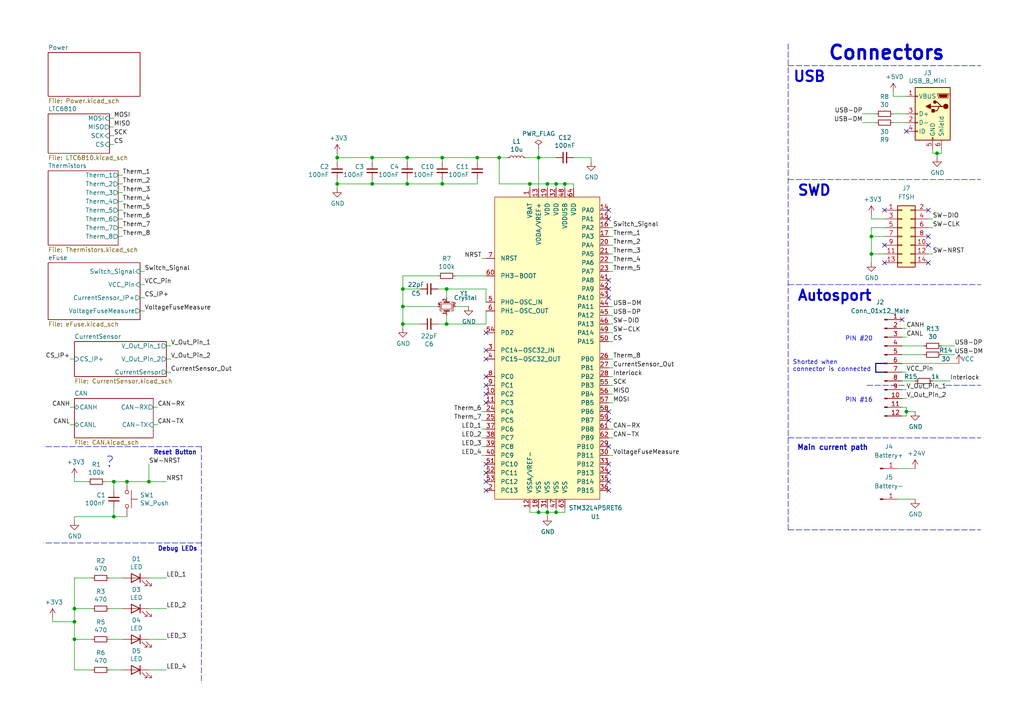
<source format=kicad_sch>
(kicad_sch (version 20231120) (generator "eeschema") (generator_version "8.0")
  (paper "A4")
  (title_block (title "Battery Management System Main Page"))
  (lib_symbols
    (symbol "BMS_LV_2022-rescue:+24V-power" (power) (pin_names (offset 0))
      (property "Value" "power_+24V" (at 0 3.556 0))
      (symbol "+24V-power_0_1"
        (polyline (pts (xy -0.762 1.27) (xy 0 2.54)))
        (polyline (pts (xy 0 0) (xy 0 2.54)))
        (polyline (pts (xy 0 2.54) (xy 0.762 1.27)))
      )
      (symbol "+24V-power_1_1"
        (pin power_in line (at 0 0 90) (length 0) hide (name "+24V") (number "1"))
      )
    )
    (symbol "BMS_LV_2022-rescue:+3.3V-power" (power) (pin_names (offset 0))
      (property "Value" "power_+3.3V" (at 0 3.556 0))
      (symbol "+3.3V-power_0_1"
        (polyline (pts (xy -0.762 1.27) (xy 0 2.54)))
        (polyline (pts (xy 0 0) (xy 0 2.54)))
        (polyline (pts (xy 0 2.54) (xy 0.762 1.27)))
      )
      (symbol "+3.3V-power_1_1"
        (pin power_in line (at 0 0 90) (length 0) hide (name "+3V3") (number "1"))
      )
    )
    (symbol "BMS_LV_2022-rescue:+5VD-power" (power) (pin_names (offset 0))
      (property "Value" "power_+5VD" (at 0 3.556 0))
      (symbol "+5VD-power_0_1"
        (polyline (pts (xy -0.762 1.27) (xy 0 2.54)))
        (polyline (pts (xy 0 0) (xy 0 2.54)))
        (polyline (pts (xy 0 2.54) (xy 0.762 1.27)))
      )
      (symbol "+5VD-power_1_1"
        (pin power_in line (at 0 0 90) (length 0) hide (name "+5VD") (number "1"))
      )
    )
    (symbol "BMS_LV_2022-rescue:Conn_01x01_Male-Connector" (pin_names (offset 1.016) hide)
      (property "Reference" "J" (at 0 2.54 0))
      (property "Value" "Connector_Conn_01x01_Male" (at 0 -2.54 0))
      (symbol "Conn_01x01_Male-Connector_1_1"
        (polyline (pts (xy 1.27 0) (xy 0.8636 0)) (stroke (width 0.1524)))
        (rectangle (start 0.8636 0.127) (end 0 -0.127) (stroke (width 0.1524)) (fill (type outline)))
        (pin passive line (at 5.08 0 180) (length 3.81) (name "Pin_1") (number "1"))
      )
    )
    (symbol "BMS_LV_2022-rescue:Conn_01x12_Male-Connector" (pin_names (offset 1.016) hide)
      (property "Reference" "J" (at 0 15.24 0))
      (property "Value" "Connector_Conn_01x12_Male" (at 0 -17.78 0))
      (symbol "Conn_01x12_Male-Connector_1_1"
        (polyline (pts (xy 1.27 -15.24) (xy 0.8636 -15.24)) (stroke (width 0.1524)))
        (polyline (pts (xy 1.27 -12.7) (xy 0.8636 -12.7)) (stroke (width 0.1524)))
        (polyline (pts (xy 1.27 -10.16) (xy 0.8636 -10.16)) (stroke (width 0.1524)))
        (polyline (pts (xy 1.27 -7.62) (xy 0.8636 -7.62)) (stroke (width 0.1524)))
        (polyline (pts (xy 1.27 -5.08) (xy 0.8636 -5.08)) (stroke (width 0.1524)))
        (polyline (pts (xy 1.27 -2.54) (xy 0.8636 -2.54)) (stroke (width 0.1524)))
        (polyline (pts (xy 1.27 0) (xy 0.8636 0)) (stroke (width 0.1524)))
        (polyline (pts (xy 1.27 2.54) (xy 0.8636 2.54)) (stroke (width 0.1524)))
        (polyline (pts (xy 1.27 5.08) (xy 0.8636 5.08)) (stroke (width 0.1524)))
        (polyline (pts (xy 1.27 7.62) (xy 0.8636 7.62)) (stroke (width 0.1524)))
        (polyline (pts (xy 1.27 10.16) (xy 0.8636 10.16)) (stroke (width 0.1524)))
        (polyline (pts (xy 1.27 12.7) (xy 0.8636 12.7)) (stroke (width 0.1524)))
        (rectangle (start 0.8636 -15.113) (end 0 -15.367) (stroke (width 0.1524)) (fill (type outline)))
        (rectangle (start 0.8636 -12.573) (end 0 -12.827) (stroke (width 0.1524)) (fill (type outline)))
        (rectangle (start 0.8636 -10.033) (end 0 -10.287) (stroke (width 0.1524)) (fill (type outline)))
        (rectangle (start 0.8636 -7.493) (end 0 -7.747) (stroke (width 0.1524)) (fill (type outline)))
        (rectangle (start 0.8636 -4.953) (end 0 -5.207) (stroke (width 0.1524)) (fill (type outline)))
        (rectangle (start 0.8636 -2.413) (end 0 -2.667) (stroke (width 0.1524)) (fill (type outline)))
        (rectangle (start 0.8636 0.127) (end 0 -0.127) (stroke (width 0.1524)) (fill (type outline)))
        (rectangle (start 0.8636 2.667) (end 0 2.413) (stroke (width 0.1524)) (fill (type outline)))
        (rectangle (start 0.8636 5.207) (end 0 4.953) (stroke (width 0.1524)) (fill (type outline)))
        (rectangle (start 0.8636 7.747) (end 0 7.493) (stroke (width 0.1524)) (fill (type outline)))
        (rectangle (start 0.8636 10.287) (end 0 10.033) (stroke (width 0.1524)) (fill (type outline)))
        (rectangle (start 0.8636 12.827) (end 0 12.573) (stroke (width 0.1524)) (fill (type outline)))
        (pin passive line (at 5.08 12.7 180) (length 3.81) (name "Pin_1") (number "1"))
        (pin passive line (at 5.08 -10.16 180) (length 3.81) (name "Pin_10") (number "10"))
        (pin passive line (at 5.08 -12.7 180) (length 3.81) (name "Pin_11") (number "11"))
        (pin passive line (at 5.08 -15.24 180) (length 3.81) (name "Pin_12") (number "12"))
        (pin passive line (at 5.08 10.16 180) (length 3.81) (name "Pin_2") (number "2"))
        (pin passive line (at 5.08 7.62 180) (length 3.81) (name "Pin_3") (number "3"))
        (pin passive line (at 5.08 5.08 180) (length 3.81) (name "Pin_4") (number "4"))
        (pin passive line (at 5.08 2.54 180) (length 3.81) (name "Pin_5") (number "5"))
        (pin passive line (at 5.08 0 180) (length 3.81) (name "Pin_6") (number "6"))
        (pin passive line (at 5.08 -2.54 180) (length 3.81) (name "Pin_7") (number "7"))
        (pin passive line (at 5.08 -5.08 180) (length 3.81) (name "Pin_8") (number "8"))
        (pin passive line (at 5.08 -7.62 180) (length 3.81) (name "Pin_9") (number "9"))
      )
    )
    (symbol "BMS_LV_2022-rescue:GND-power" (power) (pin_names (offset 0))
      (property "Value" "power_GND" (at 0 -3.81 0))
      (symbol "GND-power_0_1"
        (polyline (pts (xy 0 0) (xy 0 -1.27) (xy 1.27 -1.27) (xy 0 -2.54) (xy -1.27 -1.27) (xy 0 -1.27)))
      )
      (symbol "GND-power_1_1"
        (pin power_in line (at 0 0 270) (length 0) hide (name "GND") (number "1"))
      )
    )
    (symbol "BMS_LV_2022-rescue:PWR_FLAG-power" (power) (pin_numbers hide) (pin_names (offset 0) hide)
      (property "Value" "power_PWR_FLAG" (at 0 3.81 0))
      (symbol "PWR_FLAG-power_0_0"
        (pin power_out line (at 0 0 90) (length 0) (name "pwr") (number "1"))
      )
      (symbol "PWR_FLAG-power_0_1"
        (polyline (pts (xy 0 0) (xy 0 1.27) (xy -1.016 1.905) (xy 0 2.54) (xy 1.016 1.905) (xy 0 1.27)))
      )
    )
    (symbol "BMS_LV_2022-rescue:STM32L4P5RET6-STM32L4P5RET6-stm32l4p5ret6" (pin_names (offset 1.6256))
      (property "Reference" "U" (at 0 -55.88 0))
      (property "Value" "STM32L4P5RET6-STM32L4P5RET6-stm32l4p5ret6" (at 0 -59.69 0))
      (symbol "STM32L4P5RET6-STM32L4P5RET6-stm32l4p5ret6_0_0"
        (pin power_in line (at -5.08 44.45 270) (length 2.54) (name "VBAT") (number "1"))
        (pin bidirectional line (at -17.78 -15.24 0) (length 2.54) (name "PC2") (number "10"))
        (pin bidirectional line (at -17.78 -17.78 0) (length 2.54) (name "PC3") (number "11"))
        (pin power_in line (at -5.08 -48.26 90) (length 2.54) (name "VSSA/VREF-") (number "12"))
        (pin power_in line (at -2.54 44.45 270) (length 2.54) (name "VDDA/VREF+") (number "13"))
        (pin bidirectional line (at 17.78 38.1 180) (length 2.54) (name "PA0") (number "14"))
        (pin bidirectional line (at 17.78 35.56 180) (length 2.54) (name "PA1") (number "15"))
        (pin bidirectional line (at 17.78 33.02 180) (length 2.54) (name "PA2") (number "16"))
        (pin bidirectional line (at 17.78 30.48 180) (length 2.54) (name "PA3") (number "17"))
        (pin power_in line (at -2.54 -48.26 90) (length 2.54) (name "VSS") (number "18"))
        (pin power_in line (at 0 44.45 270) (length 2.54) (name "VDD") (number "19"))
        (pin bidirectional line (at -17.78 -43.18 0) (length 2.54) (name "PC13") (number "2"))
        (pin bidirectional line (at 17.78 27.94 180) (length 2.54) (name "PA4") (number "20"))
        (pin bidirectional line (at 17.78 25.4 180) (length 2.54) (name "PA5") (number "21"))
        (pin bidirectional line (at 17.78 22.86 180) (length 2.54) (name "PA6") (number "22"))
        (pin bidirectional line (at 17.78 20.32 180) (length 2.54) (name "PA7") (number "23"))
        (pin bidirectional line (at -17.78 -20.32 0) (length 2.54) (name "PC4") (number "24"))
        (pin bidirectional line (at -17.78 -22.86 0) (length 2.54) (name "PC5") (number "25"))
        (pin bidirectional line (at 17.78 -5.08 180) (length 2.54) (name "PB0") (number "26"))
        (pin bidirectional line (at 17.78 -7.62 180) (length 2.54) (name "PB1") (number "27"))
        (pin bidirectional line (at 17.78 -10.16 180) (length 2.54) (name "PB2") (number "28"))
        (pin bidirectional line (at 17.78 -30.48 180) (length 2.54) (name "PB10") (number "29"))
        (pin bidirectional line (at -17.78 -2.54 0) (length 2.54) (name "PC14-OSC32_IN") (number "3"))
        (pin bidirectional line (at 17.78 -33.02 180) (length 2.54) (name "PB11") (number "30"))
        (pin power_in line (at 0 -48.26 90) (length 2.54) (name "VSS") (number "31"))
        (pin power_in line (at 2.54 44.45 270) (length 2.54) (name "VDD") (number "32"))
        (pin bidirectional line (at 17.78 -35.56 180) (length 2.54) (name "PB12") (number "33"))
        (pin bidirectional line (at 17.78 -38.1 180) (length 2.54) (name "PB13") (number "34"))
        (pin bidirectional line (at 17.78 -40.64 180) (length 2.54) (name "PB14") (number "35"))
        (pin bidirectional line (at 17.78 -43.18 180) (length 2.54) (name "PB15") (number "36"))
        (pin bidirectional line (at -17.78 -25.4 0) (length 2.54) (name "PC6") (number "37"))
        (pin bidirectional line (at -17.78 -27.94 0) (length 2.54) (name "PC7") (number "38"))
        (pin bidirectional line (at -17.78 -30.48 0) (length 2.54) (name "PC8") (number "39"))
        (pin bidirectional line (at -17.78 -5.08 0) (length 2.54) (name "PC15-OSC32_OUT") (number "4"))
        (pin bidirectional line (at -17.78 -33.02 0) (length 2.54) (name "PC9") (number "40"))
        (pin bidirectional line (at 17.78 17.78 180) (length 2.54) (name "PA8") (number "41"))
        (pin bidirectional line (at 17.78 15.24 180) (length 2.54) (name "PA9") (number "42"))
        (pin bidirectional line (at 17.78 12.7 180) (length 2.54) (name "PA10") (number "43"))
        (pin bidirectional line (at 17.78 10.16 180) (length 2.54) (name "PA11") (number "44"))
        (pin bidirectional line (at 17.78 7.62 180) (length 2.54) (name "PA12") (number "45"))
        (pin bidirectional line (at 17.78 5.08 180) (length 2.54) (name "PA13") (number "46"))
        (pin power_in line (at 2.54 -48.26 90) (length 2.54) (name "VSS") (number "47"))
        (pin power_in line (at 5.08 44.45 270) (length 2.54) (name "VDDUSB") (number "48"))
        (pin bidirectional line (at 17.78 2.54 180) (length 2.54) (name "PA14") (number "49"))
        (pin input line (at -17.78 11.43 0) (length 2.54) (name "PH0-OSC_IN") (number "5"))
        (pin bidirectional line (at 17.78 0 180) (length 2.54) (name "PA15") (number "50"))
        (pin bidirectional line (at -17.78 -35.56 0) (length 2.54) (name "PC10") (number "51"))
        (pin bidirectional line (at -17.78 -38.1 0) (length 2.54) (name "PC11") (number "52"))
        (pin bidirectional line (at -17.78 -40.64 0) (length 2.54) (name "PC12") (number "53"))
        (pin bidirectional line (at -17.78 2.54 0) (length 2.54) (name "PD2") (number "54"))
        (pin bidirectional line (at 17.78 -12.7 180) (length 2.54) (name "PB3") (number "55"))
        (pin bidirectional line (at 17.78 -15.24 180) (length 2.54) (name "PB4") (number "56"))
        (pin bidirectional line (at 17.78 -17.78 180) (length 2.54) (name "PB5") (number "57"))
        (pin bidirectional line (at 17.78 -20.32 180) (length 2.54) (name "PB6") (number "58"))
        (pin bidirectional line (at 17.78 -22.86 180) (length 2.54) (name "PB7") (number "59"))
        (pin input line (at -17.78 8.89 0) (length 2.54) (name "PH1-OSC_OUT") (number "6"))
        (pin input line (at -17.78 19.05 0) (length 2.54) (name "PH3-BOOT") (number "60"))
        (pin bidirectional line (at 17.78 -25.4 180) (length 2.54) (name "PB8") (number "61"))
        (pin bidirectional line (at 17.78 -27.94 180) (length 2.54) (name "PB9") (number "62"))
        (pin power_in line (at 5.08 -48.26 90) (length 2.54) (name "VSS") (number "63"))
        (pin power_in line (at 7.62 44.45 270) (length 2.54) (name "VDD") (number "64"))
        (pin input line (at -17.78 24.13 0) (length 2.54) (name "NRST") (number "7"))
        (pin bidirectional line (at -17.78 -10.16 0) (length 2.54) (name "PC0") (number "8"))
        (pin bidirectional line (at -17.78 -12.7 0) (length 2.54) (name "PC1") (number "9"))
      )
      (symbol "STM32L4P5RET6-STM32L4P5RET6-stm32l4p5ret6_0_1"
        (rectangle (start 15.24 41.91) (end -15.24 -45.72) (fill (type background)))
      )
    )
    (symbol "BMS_LV_2022-rescue:USB_B_Mini-Connector" (pin_names (offset 1.016))
      (property "Reference" "J" (at -5.08 11.43 0))
      (property "Value" "USB_B_Mini-Connector" (at -5.08 8.89 0))
      (symbol "USB_B_Mini-Connector_0_1"
        (rectangle (start -5.08 -7.62) (end 5.08 7.62) (stroke (width 0.254)) (fill (type background)))
        (circle (center -3.81 2.159) (radius 0.635) (stroke (width 0.254)) (fill (type outline)))
        (circle (center -0.635 3.429) (radius 0.381) (stroke (width 0.254)) (fill (type outline)))
        (rectangle (start -0.127 -7.62) (end 0.127 -6.858))
        (polyline (pts (xy -1.905 2.159) (xy 0.635 2.159)) (stroke (width 0.254)))
        (polyline (pts (xy -3.175 2.159) (xy -2.54 2.159) (xy -1.27 3.429) (xy -0.635 3.429)) (stroke (width 0.254)))
        (polyline (pts (xy -2.54 2.159) (xy -1.905 2.159) (xy -1.27 0.889) (xy 0 0.889)) (stroke (width 0.254)))
        (polyline (pts (xy 0.635 2.794) (xy 0.635 1.524) (xy 1.905 2.159) (xy 0.635 2.794)) (stroke (width 0.254)) (fill (type outline)))
        (polyline (pts (xy -4.318 5.588) (xy -1.778 5.588) (xy -2.032 4.826) (xy -4.064 4.826) (xy -4.318 5.588)) (fill (type outline)))
        (polyline (pts (xy -4.699 5.842) (xy -4.699 5.588) (xy -4.445 4.826) (xy -4.445 4.572) (xy -1.651 4.572) (xy -1.651 4.826) (xy -1.397 5.588) (xy -1.397 5.842) (xy -4.699 5.842)))
        (rectangle (start 0.254 1.27) (end -0.508 0.508) (stroke (width 0.254)) (fill (type outline)))
        (rectangle (start 5.08 -5.207) (end 4.318 -4.953))
        (rectangle (start 5.08 -2.667) (end 4.318 -2.413))
        (rectangle (start 5.08 -0.127) (end 4.318 0.127))
        (rectangle (start 5.08 4.953) (end 4.318 5.207))
      )
      (symbol "USB_B_Mini-Connector_1_1"
        (pin power_out line (at 7.62 5.08 180) (length 2.54) (name "VBUS") (number "1"))
        (pin bidirectional line (at 7.62 -2.54 180) (length 2.54) (name "D-") (number "2"))
        (pin bidirectional line (at 7.62 0 180) (length 2.54) (name "D+") (number "3"))
        (pin passive line (at 7.62 -5.08 180) (length 2.54) (name "ID") (number "4"))
        (pin power_out line (at 0 -10.16 90) (length 2.54) (name "GND") (number "5"))
        (pin passive line (at -2.54 -10.16 90) (length 2.54) (name "Shield") (number "6"))
      )
    )
    (symbol "BMS_LV_2022-rescue:VCC-power" (power) (pin_names (offset 0))
      (property "Value" "power_VCC" (at 0 3.81 0))
      (symbol "VCC-power_0_1"
        (polyline (pts (xy -0.762 1.27) (xy 0 2.54)))
        (polyline (pts (xy 0 0) (xy 0 2.54)))
        (polyline (pts (xy 0 2.54) (xy 0.762 1.27)))
      )
      (symbol "VCC-power_1_1"
        (pin power_in line (at 0 0 90) (length 0) hide (name "VCC") (number "1"))
      )
    )
    (symbol "Device:C_Small" (pin_numbers hide) (pin_names (offset 0.254) hide)
      (property "Reference" "C" (at 0.254 1.778 0))
      (property "Value" "C_Small" (at 0.254 -2.032 0))
      (symbol "C_Small_0_1"
        (polyline (pts (xy -1.524 -0.508) (xy 1.524 -0.508)) (stroke (width 0.3302)))
        (polyline (pts (xy -1.524 0.508) (xy 1.524 0.508)) (stroke (width 0.3048)))
      )
      (symbol "C_Small_1_1"
        (pin passive line (at 0 2.54 270) (length 2.032) (name "~") (number "1"))
        (pin passive line (at 0 -2.54 90) (length 2.032) (name "~") (number "2"))
      )
    )
    (symbol "Device:Crystal_GND24_Small" (pin_names (offset 1.016) hide)
      (property "Reference" "Y" (at 1.27 4.445 0))
      (property "Value" "Crystal_GND24_Small" (at 1.27 2.54 0))
      (symbol "Crystal_GND24_Small_0_1"
        (rectangle (start -0.762 -1.524) (end 0.762 1.524))
        (polyline (pts (xy -1.27 -0.762) (xy -1.27 0.762)) (stroke (width 0.381)))
        (polyline (pts (xy 1.27 -0.762) (xy 1.27 0.762)) (stroke (width 0.381)))
        (polyline (pts (xy -1.27 -1.27) (xy -1.27 -1.905) (xy 1.27 -1.905) (xy 1.27 -1.27)))
        (polyline (pts (xy -1.27 1.27) (xy -1.27 1.905) (xy 1.27 1.905) (xy 1.27 1.27)))
      )
      (symbol "Crystal_GND24_Small_1_1"
        (pin passive line (at -2.54 0 0) (length 1.27) (name "1") (number "1"))
        (pin passive line (at 0 -2.54 90) (length 0.635) (name "2") (number "2"))
        (pin passive line (at 2.54 0 180) (length 1.27) (name "3") (number "3"))
        (pin passive line (at 0 2.54 270) (length 0.635) (name "4") (number "4"))
      )
    )
    (symbol "Device:LED" (pin_numbers hide) (pin_names (offset 1.016) hide)
      (property "Reference" "D" (at 0 2.54 0))
      (property "Value" "LED" (at 0 -2.54 0))
      (symbol "LED_0_1"
        (polyline (pts (xy -1.27 -1.27) (xy -1.27 1.27)) (stroke (width 0.254)))
        (polyline (pts (xy -1.27 0) (xy 1.27 0)))
        (polyline (pts (xy 1.27 -1.27) (xy 1.27 1.27) (xy -1.27 0) (xy 1.27 -1.27)) (stroke (width 0.254)))
        (polyline (pts (xy -3.048 -0.762) (xy -4.572 -2.286) (xy -3.81 -2.286) (xy -4.572 -2.286) (xy -4.572 -1.524)))
        (polyline (pts (xy -1.778 -0.762) (xy -3.302 -2.286) (xy -2.54 -2.286) (xy -3.302 -2.286) (xy -3.302 -1.524)))
      )
      (symbol "LED_1_1"
        (pin passive line (at -3.81 0 0) (length 2.54) (name "K") (number "1"))
        (pin passive line (at 3.81 0 180) (length 2.54) (name "A") (number "2"))
      )
    )
    (symbol "Device:L_Small" (pin_numbers hide) (pin_names (offset 0.254) hide)
      (property "Reference" "L" (at 0.762 1.016 0))
      (property "Value" "L_Small" (at 0.762 -1.016 0))
      (symbol "L_Small_0_1"
        (arc (start 0 -2.032) (mid 0.5058 -1.524) (end 0 -1.016))
        (arc (start 0 -1.016) (mid 0.5058 -0.508) (end 0 0))
        (arc (start 0 0) (mid 0.5058 0.508) (end 0 1.016))
        (arc (start 0 1.016) (mid 0.5058 1.524) (end 0 2.032))
      )
      (symbol "L_Small_1_1"
        (pin passive line (at 0 2.54 270) (length 0.508) (name "~") (number "1"))
        (pin passive line (at 0 -2.54 90) (length 0.508) (name "~") (number "2"))
      )
    )
    (symbol "Device:R_Small" (pin_numbers hide) (pin_names (offset 0.254) hide)
      (property "Reference" "R" (at 0.762 0.508 0))
      (property "Value" "R_Small" (at 0.762 -1.016 0))
      (symbol "R_Small_0_1"
        (rectangle (start -0.762 1.778) (end 0.762 -1.778) (stroke (width 0.2032)))
      )
      (symbol "R_Small_1_1"
        (pin passive line (at 0 2.54 270) (length 0.762) (name "~") (number "1"))
        (pin passive line (at 0 -2.54 90) (length 0.762) (name "~") (number "2"))
      )
    )
    (symbol "Switch:SW_Push" (pin_numbers hide) (pin_names (offset 1.016) hide)
      (property "Reference" "SW" (at 1.27 2.54 0))
      (property "Value" "SW_Push" (at 0 -1.524 0))
      (symbol "SW_Push_0_1"
        (circle (center -2.032 0) (radius 0.508))
        (polyline (pts (xy 0 1.27) (xy 0 3.048)))
        (polyline (pts (xy 2.54 1.27) (xy -2.54 1.27)))
        (circle (center 2.032 0) (radius 0.508))
        (pin passive line (at -5.08 0 0) (length 2.54) (name "1") (number "1"))
        (pin passive line (at 5.08 0 180) (length 2.54) (name "2") (number "2"))
      )
    )
    (symbol "ftsh-107-01-l-dv-k-a:FTSH-107-01-L-DV-K-A" (pin_names hide)
      (property "Reference" "J" (at -13.97 13.97 0))
      (property "Value" "FTSH-107-01-L-DV-K-A" (at -13.97 11.43 0))
      (symbol "FTSH-107-01-L-DV-K-A_1_1"
        (rectangle (start -2.54 -7.493) (end -1.27 -7.747) (stroke (width 0.1524)))
        (rectangle (start -2.54 -4.953) (end -1.27 -5.207) (stroke (width 0.1524)))
        (rectangle (start -2.54 -2.413) (end -1.27 -2.667) (stroke (width 0.1524)))
        (rectangle (start -2.54 0.127) (end -1.27 -0.127) (stroke (width 0.1524)))
        (rectangle (start -2.54 2.667) (end -1.27 2.413) (stroke (width 0.1524)))
        (rectangle (start -2.54 5.207) (end -1.27 4.953) (stroke (width 0.1524)))
        (rectangle (start -2.54 7.747) (end -1.27 7.493) (stroke (width 0.1524)))
        (rectangle (start -2.54 8.89) (end 2.54 -8.89) (stroke (width 0.254)) (fill (type background)))
        (rectangle (start 2.54 -7.493) (end 1.27 -7.747) (stroke (width 0.1524)))
        (rectangle (start 2.54 -4.953) (end 1.27 -5.207) (stroke (width 0.1524)))
        (rectangle (start 2.54 -2.413) (end 1.27 -2.667) (stroke (width 0.1524)))
        (rectangle (start 2.54 0.127) (end 1.27 -0.127) (stroke (width 0.1524)))
        (rectangle (start 2.54 2.667) (end 1.27 2.413) (stroke (width 0.1524)))
        (rectangle (start 2.54 5.207) (end 1.27 4.953) (stroke (width 0.1524)))
        (rectangle (start 2.54 7.747) (end 1.27 7.493) (stroke (width 0.1524)))
        (pin passive line (at -6.35 7.62 0) (length 3.81) (name "Pin_1") (number "1"))
        (pin passive line (at 6.35 -2.54 180) (length 3.81) (name "Pin_10") (number "10"))
        (pin passive line (at -6.35 -5.08 0) (length 3.81) (name "Pin_11") (number "11"))
        (pin passive line (at 6.35 -5.08 180) (length 3.81) (name "Pin_12") (number "12"))
        (pin passive line (at -6.35 -7.62 0) (length 3.81) (name "Pin_13") (number "13"))
        (pin passive line (at 6.35 -7.62 180) (length 3.81) (name "Pin_14") (number "14"))
        (pin passive line (at 6.35 7.62 180) (length 3.81) (name "Pin_2") (number "2"))
        (pin passive line (at -6.35 5.08 0) (length 3.81) (name "Pin_3") (number "3"))
        (pin passive line (at 6.35 5.08 180) (length 3.81) (name "Pin_4") (number "4"))
        (pin passive line (at -6.35 2.54 0) (length 3.81) (name "Pin_5") (number "5"))
        (pin passive line (at 6.35 2.54 180) (length 3.81) (name "Pin_6") (number "6"))
        (pin passive line (at -6.35 0 0) (length 3.81) (name "Pin_7") (number "7"))
        (pin passive line (at 6.35 0 180) (length 3.81) (name "Pin_8") (number "8"))
        (pin passive line (at -6.35 -2.54 0) (length 3.81) (name "Pin_9") (number "9"))
      )
    )
  )
  (junction (at 129.54 83.82))
  (junction (at 21.59 176.53))
  (junction (at 156.21 148.59))
  (junction (at 144.78 45.72))
  (junction (at 107.95 53.34))
  (junction (at 138.43 45.72))
  (junction (at 116.84 88.9))
  (junction (at 33.02 139.7))
  (junction (at 163.83 53.34))
  (junction (at 21.59 180.34))
  (junction (at 252.73 68.58))
  (junction (at 128.27 45.72))
  (junction (at 252.73 73.66))
  (junction (at 129.54 93.98))
  (junction (at 118.11 45.72))
  (junction (at 161.29 148.59))
  (junction (at 156.21 45.72))
  (junction (at 153.67 53.34))
  (junction (at 161.29 53.34))
  (junction (at 36.83 139.7))
  (junction (at 21.59 185.42))
  (junction (at 43.18 139.7))
  (junction (at 118.11 53.34))
  (junction (at 262.89 119.38))
  (junction (at 128.27 53.34))
  (junction (at 158.75 148.59))
  (junction (at 116.84 93.98))
  (junction (at 271.78 44.45))
  (junction (at 158.75 53.34))
  (junction (at 97.79 53.34))
  (junction (at 97.79 45.72))
  (junction (at 33.02 149.86))
  (junction (at 107.95 45.72))
  (junction (at 116.84 83.82))
  (no_connect (at 256.54 71.12))
  (no_connect (at 176.53 60.96))
  (no_connect (at 140.97 109.22))
  (no_connect (at 176.53 137.16))
  (no_connect (at 256.54 76.2))
  (no_connect (at 176.53 142.24))
  (no_connect (at 256.54 60.96))
  (no_connect (at 140.97 137.16))
  (no_connect (at 176.53 83.82))
  (no_connect (at 140.97 96.52))
  (no_connect (at 140.97 142.24))
  (no_connect (at 176.53 63.5))
  (no_connect (at 140.97 134.62))
  (no_connect (at 262.89 38.1))
  (no_connect (at 140.97 114.3))
  (no_connect (at 269.24 68.58))
  (no_connect (at 140.97 139.7))
  (no_connect (at 176.53 134.62))
  (no_connect (at 176.53 139.7))
  (no_connect (at 176.53 121.92))
  (no_connect (at 269.24 71.12))
  (no_connect (at 140.97 111.76))
  (no_connect (at 269.24 60.96))
  (no_connect (at 176.53 86.36))
  (no_connect (at 176.53 129.54))
  (no_connect (at 140.97 104.14))
  (no_connect (at 261.62 92.71))
  (no_connect (at 140.97 101.6))
  (no_connect (at 176.53 119.38))
  (no_connect (at 176.53 81.28))
  (no_connect (at 140.97 116.84))
  (no_connect (at 269.24 76.2))
  (wire (pts (xy 21.59 167.64) (xy 21.59 176.53)))
  (wire (pts (xy 116.84 93.98) (xy 116.84 95.25)))
  (wire (pts (xy 36.83 139.7) (xy 43.18 139.7)))
  (wire (pts (xy 166.37 53.34) (xy 163.83 53.34)))
  (wire (pts (xy 267.97 102.87) (xy 261.62 102.87)))
  (wire (pts (xy 262.89 119.38) (xy 262.89 118.11)))
  (wire (pts (xy 161.29 147.32) (xy 161.29 148.59)))
  (wire (pts (xy 176.53 114.3) (xy 177.8 114.3)))
  (wire (pts (xy 34.29 58.42) (xy 35.56 58.42)))
  (wire (pts (xy 34.29 60.96) (xy 35.56 60.96)))
  (wire (pts (xy 166.37 54.61) (xy 166.37 53.34)))
  (wire (pts (xy 31.75 36.83) (xy 33.02 36.83)))
  (wire (pts (xy 43.18 134.62) (xy 43.18 139.7)))
  (wire (pts (xy 21.59 139.7) (xy 21.59 138.43)))
  (wire (pts (xy 156.21 148.59) (xy 158.75 148.59)))
  (wire (pts (xy 127 83.82) (xy 129.54 83.82)))
  (wire (pts (xy 132.08 80.01) (xy 140.97 80.01)))
  (wire (pts (xy 33.02 139.7) (xy 33.02 142.24)))
  (wire (pts (xy 97.79 53.34) (xy 97.79 54.61)))
  (wire (pts (xy 140.97 90.17) (xy 140.97 93.98)))
  (wire (pts (xy 33.02 139.7) (xy 30.48 139.7)))
  (wire (pts (xy 256.54 63.5) (xy 252.73 63.5)))
  (wire (pts (xy 176.53 132.08) (xy 177.8 132.08)))
  (wire (pts (xy 147.32 45.72) (xy 144.78 45.72)))
  (polyline (pts (xy 58.42 129.54) (xy 58.42 198.12)) (stroke (width 0) (type dash)))
  (wire (pts (xy 262.89 120.65) (xy 262.89 119.38)))
  (wire (pts (xy 260.35 144.78) (xy 265.43 144.78)))
  (wire (pts (xy 118.11 45.72) (xy 128.27 45.72)))
  (wire (pts (xy 267.97 100.33) (xy 261.62 100.33)))
  (wire (pts (xy 153.67 147.32) (xy 153.67 148.59)))
  (wire (pts (xy 252.73 66.04) (xy 252.73 68.58)))
  (wire (pts (xy 97.79 45.72) (xy 107.95 45.72)))
  (wire (pts (xy 127 80.01) (xy 116.84 80.01)))
  (wire (pts (xy 97.79 45.72) (xy 97.79 44.45)))
  (wire (pts (xy 43.18 185.42) (xy 48.26 185.42)))
  (wire (pts (xy 262.89 118.11) (xy 261.62 118.11)))
  (wire (pts (xy 161.29 148.59) (xy 163.83 148.59)))
  (wire (pts (xy 176.53 116.84) (xy 177.8 116.84)))
  (wire (pts (xy 269.24 73.66) (xy 270.51 73.66)))
  (wire (pts (xy 35.56 185.42) (xy 31.75 185.42)))
  (wire (pts (xy 261.62 107.95) (xy 262.89 107.95)))
  (wire (pts (xy 34.29 50.8) (xy 35.56 50.8)))
  (wire (pts (xy 129.54 91.44) (xy 129.54 93.98)))
  (wire (pts (xy 31.75 34.29) (xy 33.02 34.29)))
  (wire (pts (xy 129.54 83.82) (xy 129.54 86.36)))
  (polyline (pts (xy 251.46 111.76) (xy 262.89 111.76)) (stroke (width 0) (type dash)))
  (wire (pts (xy 140.97 119.38) (xy 139.7 119.38)))
  (wire (pts (xy 261.62 120.65) (xy 262.89 120.65)))
  (wire (pts (xy 262.89 113.03) (xy 261.62 113.03)))
  (wire (pts (xy 40.64 86.36) (xy 41.91 86.36)))
  (polyline (pts (xy 228.6 19.05) (xy 284.48 19.05)) (stroke (width 0) (type dash)))
  (wire (pts (xy 262.89 27.94) (xy 259.08 27.94)))
  (wire (pts (xy 275.59 110.49) (xy 270.51 110.49)))
  (wire (pts (xy 163.83 53.34) (xy 161.29 53.34)))
  (wire (pts (xy 107.95 53.34) (xy 118.11 53.34)))
  (wire (pts (xy 176.53 71.12) (xy 177.8 71.12)))
  (wire (pts (xy 40.64 78.74) (xy 41.91 78.74)))
  (wire (pts (xy 44.45 123.19) (xy 45.72 123.19)))
  (wire (pts (xy 21.59 104.14) (xy 20.32 104.14)))
  (wire (pts (xy 176.53 91.44) (xy 177.8 91.44)))
  (wire (pts (xy 161.29 53.34) (xy 158.75 53.34)))
  (wire (pts (xy 163.83 148.59) (xy 163.83 147.32)))
  (wire (pts (xy 21.59 176.53) (xy 21.59 180.34)))
  (wire (pts (xy 166.37 45.72) (xy 171.45 45.72)))
  (wire (pts (xy 158.75 148.59) (xy 161.29 148.59)))
  (polyline (pts (xy 228.6 82.55) (xy 284.48 82.55)) (stroke (width 0) (type dash)))
  (wire (pts (xy 261.62 105.41) (xy 278.13 105.41)))
  (polyline (pts (xy 228.6 12.7) (xy 228.6 153.67)) (stroke (width 0) (type dash)))
  (bus (pts (xy 254 107.95) (xy 254 105.41)))
  (wire (pts (xy 176.53 76.2) (xy 177.8 76.2)))
  (wire (pts (xy 176.53 73.66) (xy 177.8 73.66)))
  (wire (pts (xy 176.53 99.06) (xy 177.8 99.06)))
  (wire (pts (xy 259.08 33.02) (xy 262.89 33.02)))
  (wire (pts (xy 256.54 66.04) (xy 252.73 66.04)))
  (wire (pts (xy 252.73 68.58) (xy 256.54 68.58)))
  (wire (pts (xy 21.59 151.13) (xy 21.59 149.86)))
  (wire (pts (xy 34.29 63.5) (xy 35.56 63.5)))
  (wire (pts (xy 21.59 118.11) (xy 20.32 118.11)))
  (wire (pts (xy 176.53 124.46) (xy 177.8 124.46)))
  (wire (pts (xy 21.59 180.34) (xy 21.59 185.42)))
  (wire (pts (xy 128.27 52.07) (xy 128.27 53.34)))
  (wire (pts (xy 250.19 35.56) (xy 254 35.56)))
  (wire (pts (xy 176.53 109.22) (xy 177.8 109.22)))
  (wire (pts (xy 118.11 52.07) (xy 118.11 53.34)))
  (wire (pts (xy 26.67 194.31) (xy 21.59 194.31)))
  (wire (pts (xy 269.24 66.04) (xy 270.51 66.04)))
  (wire (pts (xy 121.92 93.98) (xy 116.84 93.98)))
  (wire (pts (xy 171.45 45.72) (xy 171.45 46.99)))
  (wire (pts (xy 36.83 139.7) (xy 33.02 139.7)))
  (wire (pts (xy 252.73 68.58) (xy 252.73 73.66)))
  (wire (pts (xy 252.73 63.5) (xy 252.73 62.23)))
  (wire (pts (xy 153.67 148.59) (xy 156.21 148.59)))
  (wire (pts (xy 158.75 148.59) (xy 158.75 149.86)))
  (wire (pts (xy 176.53 68.58) (xy 177.8 68.58)))
  (wire (pts (xy 107.95 53.34) (xy 107.95 52.07)))
  (wire (pts (xy 43.18 139.7) (xy 48.26 139.7)))
  (wire (pts (xy 15.24 180.34) (xy 15.24 179.07)))
  (bus (pts (xy 256.54 107.95) (xy 254 107.95)))
  (wire (pts (xy 156.21 54.61) (xy 156.21 45.72)))
  (wire (pts (xy 156.21 45.72) (xy 161.29 45.72)))
  (wire (pts (xy 116.84 88.9) (xy 116.84 93.98)))
  (wire (pts (xy 97.79 53.34) (xy 107.95 53.34)))
  (wire (pts (xy 140.97 129.54) (xy 139.7 129.54)))
  (wire (pts (xy 177.8 106.68) (xy 176.53 106.68)))
  (wire (pts (xy 48.26 100.33) (xy 49.53 100.33)))
  (wire (pts (xy 48.26 107.95) (xy 49.53 107.95)))
  (wire (pts (xy 21.59 123.19) (xy 20.32 123.19)))
  (wire (pts (xy 273.05 44.45) (xy 273.05 43.18)))
  (wire (pts (xy 269.24 63.5) (xy 270.51 63.5)))
  (wire (pts (xy 97.79 53.34) (xy 97.79 52.07)))
  (wire (pts (xy 33.02 147.32) (xy 33.02 149.86)))
  (wire (pts (xy 34.29 66.04) (xy 35.56 66.04)))
  (wire (pts (xy 118.11 53.34) (xy 128.27 53.34)))
  (wire (pts (xy 140.97 74.93) (xy 139.7 74.93)))
  (wire (pts (xy 43.18 167.64) (xy 48.26 167.64)))
  (wire (pts (xy 21.59 149.86) (xy 33.02 149.86)))
  (wire (pts (xy 138.43 52.07) (xy 138.43 53.34)))
  (wire (pts (xy 276.86 100.33) (xy 273.05 100.33)))
  (wire (pts (xy 250.19 33.02) (xy 254 33.02)))
  (wire (pts (xy 132.08 88.9) (xy 135.89 88.9)))
  (wire (pts (xy 176.53 66.04) (xy 177.8 66.04)))
  (wire (pts (xy 252.73 73.66) (xy 256.54 73.66)))
  (wire (pts (xy 25.4 139.7) (xy 21.59 139.7)))
  (polyline (pts (xy 274.32 111.76) (xy 284.48 111.76)) (stroke (width 0) (type dash)))
  (wire (pts (xy 107.95 45.72) (xy 118.11 45.72)))
  (wire (pts (xy 44.45 118.11) (xy 45.72 118.11)))
  (wire (pts (xy 156.21 45.72) (xy 156.21 43.18)))
  (wire (pts (xy 31.75 41.91) (xy 33.02 41.91)))
  (wire (pts (xy 140.97 124.46) (xy 139.7 124.46)))
  (wire (pts (xy 43.18 176.53) (xy 48.26 176.53)))
  (wire (pts (xy 118.11 45.72) (xy 118.11 46.99)))
  (wire (pts (xy 127 88.9) (xy 116.84 88.9)))
  (wire (pts (xy 121.92 83.82) (xy 116.84 83.82)))
  (wire (pts (xy 31.75 39.37) (xy 33.02 39.37)))
  (wire (pts (xy 176.53 93.98) (xy 177.8 93.98)))
  (polyline (pts (xy 228.6 127) (xy 284.48 127)) (stroke (width 0) (type dash)))
  (wire (pts (xy 270.51 44.45) (xy 271.78 44.45)))
  (wire (pts (xy 261.62 110.49) (xy 265.43 110.49)))
  (wire (pts (xy 40.64 90.17) (xy 41.91 90.17)))
  (wire (pts (xy 262.89 119.38) (xy 265.43 119.38)))
  (wire (pts (xy 260.35 135.89) (xy 265.43 135.89)))
  (wire (pts (xy 140.97 121.92) (xy 139.7 121.92)))
  (wire (pts (xy 128.27 53.34) (xy 138.43 53.34)))
  (wire (pts (xy 43.18 194.31) (xy 48.26 194.31)))
  (wire (pts (xy 153.67 53.34) (xy 153.67 54.61)))
  (wire (pts (xy 128.27 45.72) (xy 138.43 45.72)))
  (wire (pts (xy 34.29 55.88) (xy 35.56 55.88)))
  (wire (pts (xy 158.75 53.34) (xy 158.75 54.61)))
  (wire (pts (xy 36.83 149.86) (xy 33.02 149.86)))
  (polyline (pts (xy 58.42 129.54) (xy 12.7 129.54)) (stroke (width 0) (type dash)))
  (wire (pts (xy 35.56 176.53) (xy 31.75 176.53)))
  (wire (pts (xy 138.43 45.72) (xy 138.43 46.99)))
  (wire (pts (xy 176.53 111.76) (xy 177.8 111.76)))
  (wire (pts (xy 26.67 176.53) (xy 21.59 176.53)))
  (wire (pts (xy 21.59 180.34) (xy 15.24 180.34)))
  (wire (pts (xy 35.56 194.31) (xy 31.75 194.31)))
  (wire (pts (xy 259.08 27.94) (xy 259.08 26.67)))
  (wire (pts (xy 107.95 46.99) (xy 107.95 45.72)))
  (wire (pts (xy 252.73 73.66) (xy 252.73 76.2)))
  (wire (pts (xy 26.67 167.64) (xy 21.59 167.64)))
  (wire (pts (xy 176.53 88.9) (xy 177.8 88.9)))
  (wire (pts (xy 156.21 147.32) (xy 156.21 148.59)))
  (wire (pts (xy 140.97 132.08) (xy 139.7 132.08)))
  (wire (pts (xy 129.54 83.82) (xy 140.97 83.82)))
  (wire (pts (xy 262.89 115.57) (xy 261.62 115.57)))
  (wire (pts (xy 144.78 53.34) (xy 153.67 53.34)))
  (polyline (pts (xy 228.6 52.07) (xy 284.48 52.07)) (stroke (width 0) (type dash)))
  (wire (pts (xy 261.62 97.79) (xy 262.89 97.79)))
  (wire (pts (xy 144.78 53.34) (xy 144.78 45.72)))
  (wire (pts (xy 270.51 43.18) (xy 270.51 44.45)))
  (wire (pts (xy 271.78 44.45) (xy 271.78 45.72)))
  (wire (pts (xy 97.79 46.99) (xy 97.79 45.72)))
  (wire (pts (xy 158.75 53.34) (xy 153.67 53.34)))
  (wire (pts (xy 48.26 104.14) (xy 49.53 104.14)))
  (wire (pts (xy 35.56 167.64) (xy 31.75 167.64)))
  (wire (pts (xy 140.97 127) (xy 139.7 127)))
  (wire (pts (xy 271.78 44.45) (xy 273.05 44.45)))
  (wire (pts (xy 128.27 45.72) (xy 128.27 46.99)))
  (wire (pts (xy 261.62 95.25) (xy 262.89 95.25)))
  (wire (pts (xy 176.53 104.14) (xy 177.8 104.14)))
  (wire (pts (xy 127 93.98) (xy 129.54 93.98)))
  (wire (pts (xy 34.29 68.58) (xy 35.56 68.58)))
  (wire (pts (xy 140.97 83.82) (xy 140.97 87.63)))
  (wire (pts (xy 176.53 78.74) (xy 177.8 78.74)))
  (wire (pts (xy 262.89 35.56) (xy 259.08 35.56)))
  (polyline (pts (xy 58.42 157.48) (xy 12.7 157.48)) (stroke (width 0) (type dash)))
  (wire (pts (xy 152.4 45.72) (xy 156.21 45.72)))
  (bus (pts (xy 254 105.41) (xy 256.54 105.41)))
  (wire (pts (xy 138.43 45.72) (xy 144.78 45.72)))
  (wire (pts (xy 163.83 53.34) (xy 163.83 54.61)))
  (wire (pts (xy 116.84 83.82) (xy 116.84 88.9)))
  (wire (pts (xy 40.64 82.55) (xy 41.91 82.55)))
  (wire (pts (xy 276.86 102.87) (xy 273.05 102.87)))
  (wire (pts (xy 158.75 147.32) (xy 158.75 148.59)))
  (wire (pts (xy 21.59 185.42) (xy 21.59 194.31)))
  (wire (pts (xy 26.67 185.42) (xy 21.59 185.42)))
  (wire (pts (xy 161.29 53.34) (xy 161.29 54.61)))
  (wire (pts (xy 176.53 127) (xy 177.8 127)))
  (wire (pts (xy 116.84 80.01) (xy 116.84 83.82)))
  (wire (pts (xy 176.53 96.52) (xy 177.8 96.52)))
  (wire (pts (xy 34.29 53.34) (xy 35.56 53.34)))
  (wire (pts (xy 129.54 93.98) (xy 140.97 93.98)))
  (polyline (pts (xy 228.6 153.67) (xy 284.48 153.67)) (stroke (width 0) (type dash)))
  (text "SWD" (at 231.14 57.15 0) (effects (font (size 2.9972 2.9972) (thickness 0.5994) (bold yes)) (justify left bottom)))
  (text "PIN #20" (at 245.11 99.06 0) (effects (font (size 1.27 1.27)) (justify left bottom)))
  (text "USB" (at 229.87 24.13 0) (effects (font (size 2.9972 2.9972) (thickness 0.5994) (bold yes)) (justify left bottom)))
  (text "Debug LEDs" (at 45.72 160.02 0) (effects (font (size 1.27 1.27) (thickness 0.254) (bold yes)) (justify left bottom)))
  (text "Reset Button" (at 44.45 132.08 0) (effects (font (size 1.27 1.27) (thickness 0.254) (bold yes)) (justify left bottom)))
  (text "Main current path" (at 231.14 130.81 0) (effects (font (size 1.4986 1.4986) (thickness 0.2997) (bold yes)) (justify left bottom)))
  (text "?" (at 30.48 135.89 0) (effects (font (size 2.9972 2.9972)) (justify left bottom)))
  (text "Shorted when \nconnector is connected" (at 229.87 107.95 0) (effects (font (size 1.27 1.27)) (justify left bottom)))
  (text "Connectors" (at 240.03 17.78 0) (effects (font (size 3.9878 3.9878) (thickness 0.7976) (bold yes)) (justify left bottom)))
  (text "PIN #16" (at 245.11 116.84 0) (effects (font (size 1.27 1.27)) (justify left bottom)))
  (text "Autosport" (at 231.14 87.63 0) (effects (font (size 2.9972 2.9972) (thickness 0.5994) (bold yes)) (justify left bottom)))
  (label "USB-DP" (at 276.86 100.33 0))
  (label "V_Out_Pin_2" (at 262.89 115.57 0))
  (label "LED_4" (at 139.7 132.08 180))
  (label "LED_2" (at 48.26 176.53 0))
  (label "MOSI" (at 177.8 116.84 0))
  (label "CANH" (at 20.32 118.11 180))
  (label "CANL" (at 262.89 97.79 0))
  (label "Therm_1" (at 177.8 68.58 0))
  (label "MISO" (at 33.02 36.83 0))
  (label "SCK" (at 177.8 111.76 0))
  (label "Therm_7" (at 139.7 121.92 180))
  (label "CANL" (at 20.32 123.19 180))
  (label "CurrentSensor_Out" (at 177.8 106.68 0))
  (label "VCC_Pin" (at 262.89 107.95 0))
  (label "Interlock" (at 177.8 109.22 0))
  (label "USB-DP" (at 177.8 91.44 0))
  (label "SW-DIO" (at 177.8 93.98 0))
  (label "Therm_8" (at 35.56 68.58 0))
  (label "USB-DM" (at 177.8 88.9 0))
  (label "V_Out_Pin_1" (at 49.53 100.33 0))
  (label "Therm_2" (at 177.8 71.12 0))
  (label "Therm_6" (at 139.7 119.38 180))
  (label "SW-NRST" (at 270.51 73.66 0))
  (label "CS_IP+" (at 41.91 86.36 0))
  (label "Therm_2" (at 35.56 53.34 0))
  (label "CAN-RX" (at 45.72 118.11 0))
  (label "USB-DM" (at 250.19 35.56 180))
  (label "Therm_8" (at 177.8 104.14 0))
  (label "Therm_7" (at 35.56 66.04 0))
  (label "LED_1" (at 139.7 124.46 180))
  (label "Switch_Signal" (at 177.8 66.04 0))
  (label "CAN-TX" (at 45.72 123.19 0))
  (label "SW-DIO" (at 270.51 63.5 0))
  (label "SW-NRST" (at 43.18 134.62 0))
  (label "CS" (at 33.02 41.91 0))
  (label "Therm_3" (at 35.56 55.88 0))
  (label "CANH" (at 262.89 95.25 0))
  (label "VCC_Pin" (at 41.91 82.55 0))
  (label "VoltageFuseMeasure" (at 177.8 132.08 0))
  (label "SCK" (at 33.02 39.37 0))
  (label "LED_1" (at 48.26 167.64 0))
  (label "Therm_5" (at 177.8 78.74 0))
  (label "CS" (at 177.8 99.06 0))
  (label "Therm_4" (at 35.56 58.42 0))
  (label "MOSI" (at 33.02 34.29 0))
  (label "Switch_Signal" (at 41.91 78.74 0))
  (label "LED_3" (at 48.26 185.42 0))
  (label "CS_IP+" (at 20.32 104.14 180))
  (label "VoltageFuseMeasure" (at 41.91 90.17 0))
  (label "SW-CLK" (at 270.51 66.04 0))
  (label "CurrentSensor_Out" (at 49.53 107.95 0))
  (label "NRST" (at 48.26 139.7 0))
  (label "V_Out_Pin_2" (at 49.53 104.14 0))
  (label "USB-DM" (at 276.86 102.87 0))
  (label "Therm_6" (at 35.56 63.5 0))
  (label "Therm_3" (at 177.8 73.66 0))
  (label "MISO" (at 177.8 114.3 0))
  (label "Therm_1" (at 35.56 50.8 0))
  (label "V_Out_Pin_1" (at 262.89 113.03 0))
  (label "LED_4" (at 48.26 194.31 0))
  (label "CAN-TX" (at 177.8 127 0))
  (label "LED_2" (at 139.7 127 180))
  (label "Interlock" (at 275.59 110.49 0))
  (label "USB-DP" (at 250.19 33.02 180))
  (label "LED_3" (at 139.7 129.54 180))
  (label "SW-CLK" (at 177.8 96.52 0))
  (label "NRST" (at 139.7 74.93 180))
  (label "Therm_4" (at 177.8 76.2 0))
  (label "Therm_5" (at 35.56 60.96 0))
  (label "CAN-RX" (at 177.8 124.46 0))
  (symbol (lib_id "BMS_LV_2022-rescue:STM32L4P5RET6-STM32L4P5RET6-stm32l4p5ret6") (at 158.75 99.06 0) (unit 1)
    (property "Reference" "U1" (at 172.72 149.86 0))
    (property "Value" "STM32L4P5RET6" (at 172.72 147.32 0))
    (property "Footprint" "Package_QFP:LQFP-64_10x10mm_P0.5mm" (effects (hide yes)))
  )
  (symbol (lib_id "BMS_LV_2022-rescue:PWR_FLAG-power") (at 156.21 43.18 0) (unit 1)
    (property "Reference" "#FLG0101" (effects (hide yes)))
    (property "Value" "PWR_FLAG" (at 156.21 38.7858 0))
  )
  (symbol (lib_id "Device:C_Small") (at 138.43 49.53 0) (mirror y) (unit 1)
    (property "Reference" "C11" (at 136.0932 48.3616 0) (effects (justify left)))
    (property "Value" "100nF" (at 136.0932 50.673 0) (effects (justify left)))
    (property "Footprint" "Capacitor_SMD:C_0603_1608Metric" (effects (hide yes)))
  )
  (symbol (lib_id "Device:C_Small") (at 128.27 49.53 0) (mirror y) (unit 1)
    (property "Reference" "C10" (at 125.9332 48.3616 0) (effects (justify left)))
    (property "Value" "100nF" (at 125.9332 50.673 0) (effects (justify left)))
    (property "Footprint" "Capacitor_SMD:C_0603_1608Metric" (effects (hide yes)))
  )
  (symbol (lib_id "Device:C_Small") (at 118.11 49.53 0) (mirror y) (unit 1)
    (property "Reference" "C4" (at 115.7732 48.3616 0) (effects (justify left)))
    (property "Value" "100nF" (at 115.7732 50.673 0) (effects (justify left)))
    (property "Footprint" "Capacitor_SMD:C_0603_1608Metric" (effects (hide yes)))
  )
  (symbol (lib_id "Device:C_Small") (at 107.95 49.53 0) (mirror y) (unit 1)
    (property "Reference" "C3" (at 105.6132 48.3616 0) (effects (justify left)))
    (property "Value" "100nF" (at 105.6132 50.673 0) (effects (justify left)))
    (property "Footprint" "Capacitor_SMD:C_0603_1608Metric" (effects (hide yes)))
  )
  (symbol (lib_id "Device:C_Small") (at 97.79 49.53 0) (mirror y) (unit 1)
    (property "Reference" "C2" (at 95.4532 48.3616 0) (effects (justify left)))
    (property "Value" "100nF" (at 95.4532 50.673 0) (effects (justify left)))
    (property "Footprint" "Capacitor_SMD:C_0603_1608Metric" (effects (hide yes)))
  )
  (symbol (lib_id "BMS_LV_2022-rescue:+3.3V-power") (at 97.79 44.45 0) (unit 1)
    (property "Reference" "#PWR04" (effects (hide yes)))
    (property "Value" "+3V3" (at 98.171 40.0558 0))
  )
  (symbol (lib_id "BMS_LV_2022-rescue:GND-power") (at 97.79 54.61 0) (unit 1)
    (property "Reference" "#PWR05" (effects (hide yes)))
    (property "Value" "GND" (at 97.917 59.0042 0))
  )
  (symbol (lib_id "Device:L_Small") (at 149.86 45.72 270) (mirror x) (unit 1)
    (property "Reference" "L1" (at 149.86 41.021 90))
    (property "Value" "10u" (at 149.86 43.3324 90))
    (property "Footprint" "Inductor_SMD:L_0603_1608Metric" (effects (hide yes)))
  )
  (symbol (lib_id "Device:C_Small") (at 163.83 45.72 90) (mirror x) (unit 1)
    (property "Reference" "C12" (at 163.83 39.9034 90))
    (property "Value" "100nF" (at 163.83 42.2148 90))
    (property "Footprint" "Capacitor_SMD:C_0603_1608Metric" (effects (hide yes)))
  )
  (symbol (lib_id "BMS_LV_2022-rescue:GND-power") (at 171.45 46.99 0) (unit 1)
    (property "Reference" "#PWR08" (effects (hide yes)))
    (property "Value" "GND" (at 171.577 51.3842 0))
  )
  (symbol (lib_id "BMS_LV_2022-rescue:GND-power") (at 158.75 149.86 0) (unit 1)
    (property "Reference" "#PWR07" (effects (hide yes)))
    (property "Value" "GND" (at 158.877 154.2542 0))
  )
  (symbol (lib_id "BMS_LV_2022-rescue:Conn_01x12_Male-Connector") (at 256.54 105.41 0) (unit 1)
    (property "Reference" "J2" (at 255.27 87.63 0))
    (property "Value" "Conn_01x12_Male" (at 255.27 90.17 0))
    (property "Footprint" "footprints:AS214-97PN" (effects (hide yes)))
  )
  (symbol (lib_id "BMS_LV_2022-rescue:Conn_01x01_Male-Connector") (at 255.27 135.89 0) (unit 1)
    (property "Reference" "J4" (at 257.81 129.54 0))
    (property "Value" "Battery+" (at 257.81 132.08 0))
    (property "Footprint" "footprints:CellPad" (effects (hide yes)))
  )
  (symbol (lib_id "BMS_LV_2022-rescue:Conn_01x01_Male-Connector") (at 255.27 144.78 0) (unit 1)
    (property "Reference" "J5" (at 257.81 138.43 0))
    (property "Value" "Battery-" (at 257.81 140.97 0))
    (property "Footprint" "footprints:CellPad" (effects (hide yes)))
  )
  (symbol (lib_id "Switch:SW_Push") (at 36.83 144.78 270) (unit 1)
    (property "Reference" "SW1" (at 40.5892 143.6116 90) (effects (justify left)))
    (property "Value" "SW_Push" (at 40.5892 145.923 90) (effects (justify left)))
    (property "Footprint" "Button_Switch_SMD:SW_SPST_B3U-1000P" (effects (hide yes)))
    (property "Part Number" "B3U-1000PM" (effects (hide yes)))
  )
  (symbol (lib_id "Device:C_Small") (at 33.02 144.78 0) (mirror x) (unit 1)
    (property "Reference" "C1" (at 30.6832 143.6116 0) (effects (justify right)))
    (property "Value" "100nF" (at 30.6832 145.923 0) (effects (justify right)))
    (property "Footprint" "Capacitor_SMD:C_0603_1608Metric" (effects (hide yes)))
  )
  (symbol (lib_id "Device:R_Small") (at 270.51 102.87 90) (unit 1)
    (property "Reference" "R14" (at 274.32 101.6 90))
    (property "Value" "30" (at 274.32 104.14 90))
    (property "Footprint" "Resistor_SMD:R_0603_1608Metric" (effects (hide yes)))
  )
  (symbol (lib_id "Device:R_Small") (at 270.51 100.33 270) (unit 1)
    (property "Reference" "R13" (at 270.51 95.3516 90))
    (property "Value" "30" (at 270.51 97.663 90))
    (property "Footprint" "Resistor_SMD:R_0603_1608Metric" (effects (hide yes)))
  )
  (symbol (lib_id "BMS_LV_2022-rescue:GND-power") (at 265.43 144.78 0) (unit 1)
    (property "Reference" "#PWR0118" (effects (hide yes)))
    (property "Value" "GND" (at 265.557 149.1742 0))
  )
  (symbol (lib_id "Device:R_Small") (at 27.94 139.7 270) (unit 1)
    (property "Reference" "R1" (at 27.94 134.7216 90))
    (property "Value" "100k" (at 27.94 137.033 90))
    (property "Footprint" "Resistor_SMD:R_0603_1608Metric" (effects (hide yes)))
  )
  (symbol (lib_id "Device:R_Small") (at 267.97 110.49 90) (unit 1)
    (property "Reference" "R15" (at 264.16 109.22 90))
    (property "Value" "1k" (at 271.272 109.22 90))
    (property "Footprint" "Resistor_SMD:R_0603_1608Metric" (effects (hide yes)))
  )
  (symbol (lib_id "BMS_LV_2022-rescue:+3.3V-power") (at 21.59 138.43 0) (unit 1)
    (property "Reference" "#PWR02" (effects (hide yes)))
    (property "Value" "+3V3" (at 21.971 134.0358 0))
  )
  (symbol (lib_id "BMS_LV_2022-rescue:GND-power") (at 21.59 151.13 0) (unit 1)
    (property "Reference" "#PWR03" (effects (hide yes)))
    (property "Value" "GND" (at 21.717 155.5242 0))
  )
  (symbol (lib_id "BMS_LV_2022-rescue:+24V-power") (at 265.43 135.89 0) (unit 1)
    (property "Reference" "#PWR0119" (effects (hide yes)))
    (property "Value" "+24V" (at 265.811 131.4958 0))
  )
  (symbol (lib_id "Device:C_Small") (at 124.46 83.82 90) (unit 1)
    (property "Reference" "C5" (at 120.65 85.09 90))
    (property "Value" "22pF" (at 120.65 82.55 90))
    (property "Footprint" "Capacitor_SMD:C_0603_1608Metric" (effects (hide yes)))
  )
  (symbol (lib_id "Device:C_Small") (at 124.46 93.98 90) (mirror x) (unit 1)
    (property "Reference" "C6" (at 124.46 99.7966 90))
    (property "Value" "22pF" (at 124.46 97.4852 90))
    (property "Footprint" "Capacitor_SMD:C_0603_1608Metric" (effects (hide yes)))
  )
  (symbol (lib_id "BMS_LV_2022-rescue:GND-power") (at 116.84 95.25 0) (unit 1)
    (property "Reference" "#PWR06" (effects (hide yes)))
    (property "Value" "GND" (at 116.967 99.6442 0))
  )
  (symbol (lib_id "Device:R_Small") (at 129.54 80.01 270) (unit 1)
    (property "Reference" "R7" (at 129.54 75.0316 90))
    (property "Value" "100k" (at 129.54 77.343 90))
    (property "Footprint" "Resistor_SMD:R_0603_1608Metric" (effects (hide yes)))
  )
  (symbol (lib_id "Device:Crystal_GND24_Small") (at 129.54 88.9 90) (unit 1)
    (property "Reference" "Y1" (at 135.89 85.09 90) (effects (justify left)))
    (property "Value" "Crystal" (at 138.43 86.36 90) (effects (justify left)))
    (property "Footprint" "Crystal:Crystal_SMD_3225-4Pin_3.2x2.5mm" (effects (hide yes)))
  )
  (symbol (lib_id "BMS_LV_2022-rescue:USB_B_Mini-Connector") (at 270.51 33.02 0) (mirror y) (unit 1)
    (property "Reference" "J3" (at 269.0622 21.1582 0))
    (property "Value" "USB_B_Mini" (at 269.0622 23.4696 0))
    (property "Footprint" "Connector_USB:USB_Mini-B_AdamTech_MUSB-B5-S-VT-TSMT-1_SMD_Vertical" (effects (hide yes)))
  )
  (symbol (lib_id "BMS_LV_2022-rescue:GND-power") (at 135.89 88.9 0) (unit 1)
    (property "Reference" "#PWR0103" (effects (hide yes)))
    (property "Value" "GND" (at 136.017 93.2942 0))
  )
  (symbol (lib_id "BMS_LV_2022-rescue:GND-power") (at 271.78 45.72 0) (unit 1)
    (property "Reference" "#PWR013" (effects (hide yes)))
    (property "Value" "GND" (at 271.907 50.1142 0))
  )
  (symbol (lib_id "Device:R_Small") (at 256.54 33.02 270) (unit 1)
    (property "Reference" "R8" (at 256.54 28.0416 90))
    (property "Value" "30" (at 256.54 30.353 90))
    (property "Footprint" "Resistor_SMD:R_0603_1608Metric" (effects (hide yes)))
  )
  (symbol (lib_id "Device:R_Small") (at 256.54 35.56 90) (unit 1)
    (property "Reference" "R9" (at 256.54 40.5384 90))
    (property "Value" "30" (at 256.54 38.227 90))
    (property "Footprint" "Resistor_SMD:R_0603_1608Metric" (effects (hide yes)))
  )
  (symbol (lib_id "BMS_LV_2022-rescue:+5VD-power") (at 259.08 26.67 0) (unit 1)
    (property "Reference" "#PWR09" (effects (hide yes)))
    (property "Value" "+5VD" (at 259.461 22.2758 0))
  )
  (symbol (lib_id "BMS_LV_2022-rescue:VCC-power") (at 278.13 105.41 0) (unit 1)
    (property "Reference" "#PWR014" (effects (hide yes)))
    (property "Value" "VCC" (at 280.67 104.14 0))
  )
  (symbol (lib_id "BMS_LV_2022-rescue:GND-power") (at 265.43 119.38 0) (unit 1)
    (property "Reference" "#PWR010" (effects (hide yes)))
    (property "Value" "GND" (at 265.557 123.7742 0))
  )
  (symbol (lib_id "Device:LED") (at 39.37 167.64 0) (mirror y) (unit 1)
    (property "Reference" "D1" (at 39.5478 162.1282 0))
    (property "Value" "LED" (at 39.5478 164.4396 0))
    (property "Footprint" "LED_SMD:LED_0603_1608Metric" (effects (hide yes)))
  )
  (symbol (lib_id "Device:R_Small") (at 29.21 167.64 270) (unit 1)
    (property "Reference" "R2" (at 29.21 162.6616 90))
    (property "Value" "470" (at 29.21 164.973 90))
    (property "Footprint" "Resistor_SMD:R_0603_1608Metric" (effects (hide yes)))
  )
  (symbol (lib_id "Device:R_Small") (at 29.21 176.53 270) (unit 1)
    (property "Reference" "R3" (at 29.21 171.5516 90))
    (property "Value" "470" (at 29.21 173.863 90))
    (property "Footprint" "Resistor_SMD:R_0603_1608Metric" (effects (hide yes)))
  )
  (symbol (lib_id "Device:LED") (at 39.37 176.53 0) (mirror y) (unit 1)
    (property "Reference" "D3" (at 39.5478 171.0182 0))
    (property "Value" "LED" (at 39.5478 173.3296 0))
    (property "Footprint" "LED_SMD:LED_0603_1608Metric" (effects (hide yes)))
  )
  (symbol (lib_id "Device:R_Small") (at 29.21 185.42 270) (unit 1)
    (property "Reference" "R5" (at 29.21 180.4416 90))
    (property "Value" "470" (at 29.21 182.753 90))
    (property "Footprint" "Resistor_SMD:R_0603_1608Metric" (effects (hide yes)))
  )
  (symbol (lib_id "Device:LED") (at 39.37 185.42 0) (mirror y) (unit 1)
    (property "Reference" "D4" (at 39.5478 179.9082 0))
    (property "Value" "LED" (at 39.5478 182.2196 0))
    (property "Footprint" "LED_SMD:LED_0603_1608Metric" (effects (hide yes)))
  )
  (symbol (lib_id "Device:R_Small") (at 29.21 194.31 270) (unit 1)
    (property "Reference" "R6" (at 29.21 189.3316 90))
    (property "Value" "470" (at 29.21 191.643 90))
    (property "Footprint" "Resistor_SMD:R_0603_1608Metric" (effects (hide yes)))
  )
  (symbol (lib_id "Device:LED") (at 39.37 194.31 0) (mirror y) (unit 1)
    (property "Reference" "D5" (at 39.5478 188.7982 0))
    (property "Value" "LED" (at 39.5478 191.1096 0))
    (property "Footprint" "LED_SMD:LED_0603_1608Metric" (effects (hide yes)))
  )
  (symbol (lib_id "BMS_LV_2022-rescue:+3.3V-power") (at 15.24 179.07 0) (unit 1)
    (property "Reference" "#PWR01" (effects (hide yes)))
    (property "Value" "+3V3" (at 15.621 174.6758 0))
  )
  (symbol (lib_id "BMS_LV_2022-rescue:+3.3V-power") (at 252.73 62.23 0) (unit 1)
    (property "Reference" "#PWR015" (effects (hide yes)))
    (property "Value" "+3V3" (at 253.111 57.8358 0))
  )
  (symbol (lib_id "ftsh-107-01-l-dv-k-a:FTSH-107-01-L-DV-K-A") (at 262.89 68.58 0) (unit 1)
    (property "Reference" "J7" (at 262.89 54.61 0))
    (property "Value" "FTSH" (at 262.89 57.15 0))
    (property "Footprint" "footprints:FTSH-107-XX-YYY-DV-K-A" (effects (hide yes)))
    (property "Datasheet" "http://suddendocs.samtec.com/prints/ftsh-1xx-xx-xxx-dv-xxx-xxx-mkt.pdf" (effects (hide yes)))
    (property "Description" "14 position, High Reliability Header Strips, 0.050&quot; pitch, Dual-Row Vertical" (effects (hide yes)))
    (property "Mouser Part Number" "200-FTSH10701LDVKA" (effects (hide yes)))
    (property "Mouser Price/Stock" "https://www.mouser.co.uk/ProductDetail/Samtec/FTSH-107-01-L-DV-K-A?qs=PB6%2FjmICvI3xEHFou4PhNg%3D%3D" (effects (hide yes)))
    (property "Manufacturer_Name" "SAMTEC" (effects (hide yes)))
    (property "Manufacturer_Part_Number" "FTSH-107-01-L-DV-K-A" (effects (hide yes)))
  )
  (symbol (lib_id "BMS_LV_2022-rescue:GND-power") (at 252.73 76.2 0) (unit 1)
    (property "Reference" "#PWR025" (effects (hide yes)))
    (property "Value" "GND" (at 252.857 80.5942 0))
  )
  (sheet (at 13.97 33.02) (size 17.78 11.43)
    (property "Sheetname" "LTC6810" (at 13.97 32.3084 0) (effects (justify left bottom)))
    (property "Sheetfile" "LTC6810.kicad_sch" (at 13.97 45.0346 0) (effects (justify left top)))
    (pin "MOSI" input (at 31.75 34.29 0))
    (pin "MISO" output (at 31.75 36.83 0))
    (pin "SCK" input (at 31.75 39.37 0))
    (pin "CS" input (at 31.75 41.91 0))
  )
  (sheet (at 13.97 49.53) (size 20.32 21.59)
    (property "Sheetname" "Thermistors" (at 13.97 48.8184 0) (effects (justify left bottom)))
    (property "Sheetfile" "Thermistors.kicad_sch" (at 13.97 71.7046 0) (effects (justify left top)))
    (pin "Therm_1" output (at 34.29 50.8 0))
    (pin "Therm_2" output (at 34.29 53.34 0))
    (pin "Therm_3" output (at 34.29 55.88 0))
    (pin "Therm_4" output (at 34.29 58.42 0))
    (pin "Therm_5" output (at 34.29 60.96 0))
    (pin "Therm_6" output (at 34.29 63.5 0))
    (pin "Therm_7" output (at 34.29 66.04 0))
    (pin "Therm_8" output (at 34.29 68.58 0))
  )
  (sheet (at 13.97 15.24) (size 26.67 12.7)
    (property "Sheetname" "Power" (at 13.97 14.5284 0) (effects (justify left bottom)))
    (property "Sheetfile" "Power.kicad_sch" (at 13.97 28.5246 0) (effects (justify left top)))
  )
  (sheet (at 21.59 115.57) (size 22.86 11.43)
    (property "Sheetname" "CAN" (at 21.59 114.8584 0) (effects (justify left bottom)))
    (property "Sheetfile" "CAN.kicad_sch" (at 21.59 127.5846 0) (effects (justify left top)))
    (pin "CAN-RX" output (at 44.45 118.11 0))
    (pin "CAN-TX" input (at 44.45 123.19 0))
    (pin "CANH" bidirectional (at 21.59 118.11 180))
    (pin "CANL" bidirectional (at 21.59 123.19 180))
  )
  (sheet (at 13.97 76.2) (size 26.67 16.51)
    (property "Sheetname" "eFuse" (at 13.97 75.4884 0) (effects (justify left bottom)))
    (property "Sheetfile" "eFuse.kicad_sch" (at 13.97 93.2946 0) (effects (justify left top)))
    (pin "Switch_Signal" input (at 40.64 78.74 0))
    (pin "CurrentSensor_IP+" output (at 40.64 86.36 0))
    (pin "VCC_Pin" input (at 40.64 82.55 0))
    (pin "VoltageFuseMeasure" output (at 40.64 90.17 0))
  )
  (sheet (at 21.59 99.06) (size 26.67 10.16)
    (property "Sheetname" "CurrentSensor" (at 21.59 98.3484 0) (effects (justify left bottom)))
    (property "Sheetfile" "CurrentSensor.kicad_sch" (at 21.59 109.8046 0) (effects (justify left top)))
    (pin "CS_IP+" input (at 21.59 104.14 180))
    (pin "CurrentSensor" output (at 48.26 107.95 0))
    (pin "V_Out_Pin_1" output (at 48.26 100.33 0))
    (pin "V_Out_Pin_2" output (at 48.26 104.14 0))
  )
)
</source>
